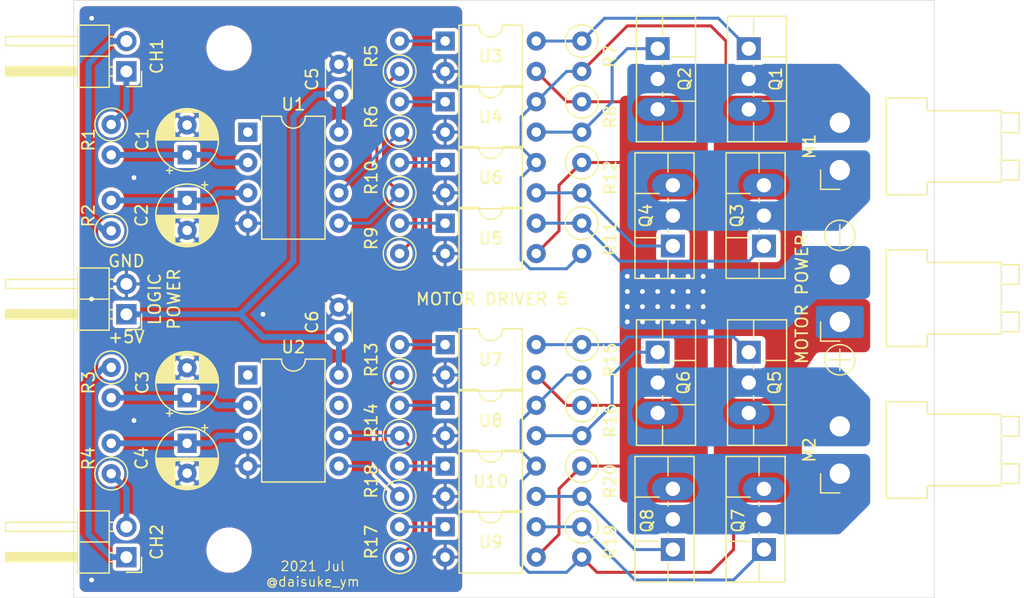
<source format=kicad_pcb>
(kicad_pcb (version 20171130) (host pcbnew "(5.1.6)-1")
  (layers (0 F.Cu signal) (31 B.Cu signal) (34 B.Paste user) (35 F.Paste user) (36 B.SilkS user) (37 F.SilkS user) (38 B.Mask user) (39 F.Mask user) (44 Edge.Cuts user))
  (net 0 "")
  (net 1 GND)
  (net 2 /IN1AA)
  (net 3 /IN1BA)
  (net 4 /IN2AA)
  (net 5 /IN2BA)
  (net 6 GNDPWR)
  (net 7 +BATT)
  (net 8 +5V)
  (net 9 /IN1A)
  (net 10 /IN1B)
  (net 11 /IN2B)
  (net 12 /IN2A)
  (net 13 "Net-(M1-Pad1)")
  (net 14 "Net-(M1-Pad2)")
  (net 15 "Net-(M2-Pad1)")
  (net 16 "Net-(M2-Pad2)")
  (net 17 "Net-(Q1-Pad1)")
  (net 18 "Net-(Q2-Pad1)")
  (net 19 "Net-(Q3-Pad1)")
  (net 20 "Net-(Q4-Pad1)")
  (net 21 "Net-(Q5-Pad1)")
  (net 22 "Net-(Q6-Pad1)")
  (net 23 "Net-(Q7-Pad1)")
  (net 24 "Net-(Q8-Pad1)")
  (net 25 "Net-(R6-Pad2)")
  (net 26 /PC1A)
  (net 27 /PC1B)
  (net 28 /PC2A)
  (net 29 "Net-(R9-Pad2)")
  (net 30 "Net-(R10-Pad2)")
  (net 31 /PC2B)
  (net 32 "Net-(R17-Pad2)")
  (net 33 "Net-(R18-Pad2)")
  (net 34 "Net-(U1-Pad7)")
  (net 35 "Net-(U1-Pad1)")
  (net 36 "Net-(U2-Pad1)")
  (net 37 "Net-(U2-Pad7)")
  (net 38 "Net-(R5-Pad2)")
  (net 39 "Net-(R13-Pad2)")
  (net 40 "Net-(R14-Pad2)")
  (module MountingHole:MountingHole_3.2mm_M3 (layer F.Cu) (at 192 79)
    (fp_text reference REF** hide)
    (fp_text value MountingHole_3.2mm_M3)
    (pad 1 np_thru_hole circle (at 0 0) (size 3.2 3.2) (drill 3.2) (layers *.Cu *.Mask))
  )
  (module MountingHole:MountingHole_3.2mm_M3 (layer F.Cu) (at 192 121)
    (fp_text reference REF** hide)
    (fp_text value MountingHole_3.2mm_M3)
    (pad 1 np_thru_hole circle (at 0 0) (size 3.2 3.2) (drill 3.2) (layers *.Cu *.Mask))
  )
  (module MountingHole:MountingHole_3.2mm_M3 (layer F.Cu) (at 137 121)
    (fp_text reference REF** hide)
    (fp_text value MountingHole_3.2mm_M3)
    (pad 1 np_thru_hole circle (at 0 0) (size 3.2 3.2) (drill 3.2) (layers *.Cu *.Mask))
  )
  (module MountingHole:MountingHole_3.2mm_M3 (layer F.Cu) (at 137 79)
    (fp_text reference REF** hide)
    (fp_text value MountingHole_3.2mm_M3)
    (pad 1 np_thru_hole circle (at 0 0) (size 3.2 3.2) (drill 3.2) (layers *.Cu *.Mask))
  )
  (module Capacitor_THT:CP_Radial_D5.0mm_P2.50mm (layer F.Cu) (at 133.49 87.935 90)
    (fp_text reference C1 (at 1.27 -3.75 90) (layer F.SilkS))
    (fp_text value 10u)
    (pad 2 thru_hole circle (at 2.5 0 90) (size 1.6 1.6) (drill 0.8) (layers *.Cu *.Mask) (net 1 GND))
    (pad 1 thru_hole rect (at 0 0 90) (size 1.6 1.6) (drill 0.8) (layers *.Cu *.Mask) (net 2 /IN1AA))
  )
  (module Capacitor_THT:CP_Radial_D5.0mm_P2.50mm (layer F.Cu) (at 133.49 91.745 270)
    (fp_text reference C2 (at 1.25 3.81 90) (layer F.SilkS))
    (fp_text value 10u)
    (pad 1 thru_hole rect (at 0 0 270) (size 1.6 1.6) (drill 0.8) (layers *.Cu *.Mask) (net 3 /IN1BA))
    (pad 2 thru_hole circle (at 2.5 0 270) (size 1.6 1.6) (drill 0.8) (layers *.Cu *.Mask) (net 1 GND))
  )
  (module Capacitor_THT:CP_Radial_D5.0mm_P2.50mm (layer F.Cu) (at 133.49 108.255 90)
    (fp_text reference C3 (at 1.27 -3.75 90) (layer F.SilkS))
    (fp_text value 10u)
    (pad 1 thru_hole rect (at 0 0 90) (size 1.6 1.6) (drill 0.8) (layers *.Cu *.Mask) (net 4 /IN2AA))
    (pad 2 thru_hole circle (at 2.5 0 90) (size 1.6 1.6) (drill 0.8) (layers *.Cu *.Mask) (net 1 GND))
  )
  (module Capacitor_THT:CP_Radial_D5.0mm_P2.50mm (layer F.Cu) (at 133.49 112.065 270)
    (fp_text reference C4 (at 1.25 3.81 90) (layer F.SilkS))
    (fp_text value 10u)
    (pad 2 thru_hole circle (at 2.5 0 270) (size 1.6 1.6) (drill 0.8) (layers *.Cu *.Mask) (net 1 GND))
    (pad 1 thru_hole rect (at 0 0 270) (size 1.6 1.6) (drill 0.8) (layers *.Cu *.Mask) (net 5 /IN2BA))
  )
  (module Connector_JST:JST_VH_B2PS-VH_1x02_P3.96mm_Horizontal (layer F.Cu) (at 188.1 101.905 90)
    (fp_text reference J1 hide)
    (fp_text value "Motor Power")
    (pad 2 thru_hole roundrect (at 3.96 0 90) (size 2.7 4) (drill 1.7) (layers *.Cu *.Mask) (roundrect_rratio 0.09300000000000001) (net 6 GNDPWR))
    (pad 1 thru_hole roundrect (at 0 0 90) (size 2.7 4) (drill 1.7) (layers *.Cu *.Mask) (roundrect_rratio 0.09300000000000001) (net 7 +BATT))
  )
  (module Connector_PinHeader_2.54mm:PinHeader_1x02_P2.54mm_Horizontal (layer F.Cu) (at 128.41 101.27 180)
    (fp_text reference J2 hide)
    (fp_text value "Logic Power")
    (pad 1 thru_hole rect (at 0 0 180) (size 1.7 1.7) (drill 1) (layers *.Cu *.Mask) (net 8 +5V))
    (pad 2 thru_hole oval (at 0 2.54 180) (size 1.7 1.7) (drill 1) (layers *.Cu *.Mask) (net 1 GND))
  )
  (module Connector_PinHeader_2.54mm:PinHeader_1x02_P2.54mm_Horizontal (layer F.Cu) (at 128.41 80.95 180)
    (fp_text reference J3 hide)
    (fp_text value "Input Ch1")
    (pad 1 thru_hole rect (at 0 0 180) (size 1.7 1.7) (drill 1) (layers *.Cu *.Mask) (net 9 /IN1A))
    (pad 2 thru_hole oval (at 0 2.54 180) (size 1.7 1.7) (drill 1) (layers *.Cu *.Mask) (net 10 /IN1B))
  )
  (module Connector_PinHeader_2.54mm:PinHeader_1x02_P2.54mm_Horizontal (layer F.Cu) (at 128.41 121.59 180)
    (fp_text reference J4 hide)
    (fp_text value "Input Ch2")
    (pad 2 thru_hole oval (at 0 2.54 180) (size 1.7 1.7) (drill 1) (layers *.Cu *.Mask) (net 11 /IN2B))
    (pad 1 thru_hole rect (at 0 0 180) (size 1.7 1.7) (drill 1) (layers *.Cu *.Mask) (net 12 /IN2A))
  )
  (module Connector_JST:JST_VH_B2PS-VH_1x02_P3.96mm_Horizontal (layer F.Cu) (at 188.1 89.205 90)
    (fp_text reference M1 (at 1.98 -2.55 90) (layer F.SilkS))
    (fp_text value Motor_DC)
    (pad 1 thru_hole roundrect (at 0 0 90) (size 2.7 4) (drill 1.7) (layers *.Cu *.Mask) (roundrect_rratio 0.09300000000000001) (net 13 "Net-(M1-Pad1)"))
    (pad 2 thru_hole roundrect (at 3.96 0 90) (size 2.7 4) (drill 1.7) (layers *.Cu *.Mask) (roundrect_rratio 0.09300000000000001) (net 14 "Net-(M1-Pad2)"))
  )
  (module Connector_JST:JST_VH_B2PS-VH_1x02_P3.96mm_Horizontal (layer F.Cu) (at 188.1 114.605 90)
    (fp_text reference M2 (at 1.98 -2.55 90) (layer F.SilkS))
    (fp_text value Motor_DC)
    (pad 1 thru_hole roundrect (at 0 0 90) (size 2.7 4) (drill 1.7) (layers *.Cu *.Mask) (roundrect_rratio 0.09300000000000001) (net 15 "Net-(M2-Pad1)"))
    (pad 2 thru_hole roundrect (at 3.96 0 90) (size 2.7 4) (drill 1.7) (layers *.Cu *.Mask) (roundrect_rratio 0.09300000000000001) (net 16 "Net-(M2-Pad2)"))
  )
  (module Package_TO_SOT_THT:TO-220F-3_Vertical (layer F.Cu) (at 180.48 79.045 270)
    (fp_text reference Q1 (at 2.54 -2.2625 90) (layer F.SilkS))
    (fp_text value Q_PMOS_GDS)
    (pad 1 thru_hole rect (at 0 0 270) (size 1.905 2) (drill 1.2) (layers *.Cu *.Mask) (net 17 "Net-(Q1-Pad1)"))
    (pad 2 thru_hole oval (at 2.54 0 270) (size 1.905 3.5) (drill 1.2) (layers *.Cu *.Mask) (net 14 "Net-(M1-Pad2)"))
    (pad 3 thru_hole oval (at 5.08 0 270) (size 1.905 3.5) (drill 1.2) (layers *.Cu *.Mask) (net 7 +BATT))
  )
  (module Package_TO_SOT_THT:TO-220F-3_Vertical (layer F.Cu) (at 180.48 104.445 270)
    (fp_text reference Q5 (at 2.54 -2.159 90) (layer F.SilkS))
    (fp_text value Q_PMOS_GDS)
    (pad 3 thru_hole oval (at 5.08 0 270) (size 1.905 3.5) (drill 1.2) (layers *.Cu *.Mask) (net 7 +BATT))
    (pad 2 thru_hole oval (at 2.54 0 270) (size 1.905 3.5) (drill 1.2) (layers *.Cu *.Mask) (net 16 "Net-(M2-Pad2)"))
    (pad 1 thru_hole rect (at 0 0 270) (size 1.905 2) (drill 1.2) (layers *.Cu *.Mask) (net 21 "Net-(Q5-Pad1)"))
  )
  (module Package_TO_SOT_THT:TO-220F-3_Vertical (layer F.Cu) (at 172.86 79.045 270)
    (fp_text reference Q2 (at 2.54 -2.2625 90) (layer F.SilkS))
    (fp_text value Q_NMOS_GDS)
    (pad 1 thru_hole rect (at 0 0 270) (size 1.905 2) (drill 1.2) (layers *.Cu *.Mask) (net 18 "Net-(Q2-Pad1)"))
    (pad 2 thru_hole oval (at 2.54 0 270) (size 1.905 3.5) (drill 1.2) (layers *.Cu *.Mask) (net 14 "Net-(M1-Pad2)"))
    (pad 3 thru_hole oval (at 5.08 0 270) (size 1.905 3.5) (drill 1.2) (layers *.Cu *.Mask) (net 6 GNDPWR))
  )
  (module Package_TO_SOT_THT:TO-220F-3_Vertical (layer F.Cu) (at 172.86 104.445 270)
    (fp_text reference Q6 (at 2.54 -2.159 90) (layer F.SilkS))
    (fp_text value Q_NMOS_GDS)
    (pad 3 thru_hole oval (at 5.08 0 270) (size 1.905 3.5) (drill 1.2) (layers *.Cu *.Mask) (net 6 GNDPWR))
    (pad 2 thru_hole oval (at 2.54 0 270) (size 1.905 3.5) (drill 1.2) (layers *.Cu *.Mask) (net 16 "Net-(M2-Pad2)"))
    (pad 1 thru_hole rect (at 0 0 270) (size 1.905 2) (drill 1.2) (layers *.Cu *.Mask) (net 22 "Net-(Q6-Pad1)"))
  )
  (module Package_TO_SOT_THT:TO-220F-3_Vertical (layer F.Cu) (at 181.75 95.555 90)
    (fp_text reference Q3 (at 2.54 -2.2625 90) (layer F.SilkS))
    (fp_text value Q_PMOS_GDS)
    (pad 1 thru_hole rect (at 0 0 90) (size 1.905 2) (drill 1.2) (layers *.Cu *.Mask) (net 19 "Net-(Q3-Pad1)"))
    (pad 2 thru_hole oval (at 2.54 0 90) (size 1.905 3.5) (drill 1.2) (layers *.Cu *.Mask) (net 13 "Net-(M1-Pad1)"))
    (pad 3 thru_hole oval (at 5.08 0 90) (size 1.905 3.5) (drill 1.2) (layers *.Cu *.Mask) (net 7 +BATT))
  )
  (module Package_TO_SOT_THT:TO-220F-3_Vertical (layer F.Cu) (at 174.13 95.555 90)
    (fp_text reference Q4 (at 2.54 -2.2625 90) (layer F.SilkS))
    (fp_text value Q_NMOS_GDS)
    (pad 3 thru_hole oval (at 5.08 0 90) (size 1.905 3.5) (drill 1.2) (layers *.Cu *.Mask) (net 6 GNDPWR))
    (pad 2 thru_hole oval (at 2.54 0 90) (size 1.905 3.5) (drill 1.2) (layers *.Cu *.Mask) (net 13 "Net-(M1-Pad1)"))
    (pad 1 thru_hole rect (at 0 0 90) (size 1.905 2) (drill 1.2) (layers *.Cu *.Mask) (net 20 "Net-(Q4-Pad1)"))
  )
  (module Package_TO_SOT_THT:TO-220F-3_Vertical (layer F.Cu) (at 181.75 120.955 90)
    (fp_text reference Q7 (at 2.413 -2.159 90) (layer F.SilkS))
    (fp_text value Q_PMOS_GDS)
    (pad 3 thru_hole oval (at 5.08 0 90) (size 1.905 3.5) (drill 1.2) (layers *.Cu *.Mask) (net 7 +BATT))
    (pad 2 thru_hole oval (at 2.54 0 90) (size 1.905 3.5) (drill 1.2) (layers *.Cu *.Mask) (net 15 "Net-(M2-Pad1)"))
    (pad 1 thru_hole rect (at 0 0 90) (size 1.905 2) (drill 1.2) (layers *.Cu *.Mask) (net 23 "Net-(Q7-Pad1)"))
  )
  (module Package_TO_SOT_THT:TO-220F-3_Vertical (layer F.Cu) (at 174.13 120.955 90)
    (fp_text reference Q8 (at 2.413 -2.159 90) (layer F.SilkS))
    (fp_text value Q_NMOS_GDS)
    (pad 1 thru_hole rect (at 0 0 90) (size 1.905 2) (drill 1.2) (layers *.Cu *.Mask) (net 24 "Net-(Q8-Pad1)"))
    (pad 2 thru_hole oval (at 2.54 0 90) (size 1.905 3.5) (drill 1.2) (layers *.Cu *.Mask) (net 15 "Net-(M2-Pad1)"))
    (pad 3 thru_hole oval (at 5.08 0 90) (size 1.905 3.5) (drill 1.2) (layers *.Cu *.Mask) (net 6 GNDPWR))
  )
  (module Package_DIP:DIP-8_W7.62mm (layer F.Cu) (at 138.57 86.03)
    (fp_text reference U1 (at 3.81 -2.33) (layer F.SilkS))
    (fp_text value ATtiny85-20PU)
    (pad 8 thru_hole oval (at 7.62 0) (size 1.6 1.6) (drill 0.8) (layers *.Cu *.Mask) (net 8 +5V))
    (pad 4 thru_hole oval (at 0 7.62) (size 1.6 1.6) (drill 0.8) (layers *.Cu *.Mask) (net 1 GND))
    (pad 7 thru_hole oval (at 7.62 2.54) (size 1.6 1.6) (drill 0.8) (layers *.Cu *.Mask) (net 34 "Net-(U1-Pad7)"))
    (pad 3 thru_hole oval (at 0 5.08) (size 1.6 1.6) (drill 0.8) (layers *.Cu *.Mask) (net 3 /IN1BA))
    (pad 6 thru_hole oval (at 7.62 5.08) (size 1.6 1.6) (drill 0.8) (layers *.Cu *.Mask) (net 27 /PC1B))
    (pad 2 thru_hole oval (at 0 2.54) (size 1.6 1.6) (drill 0.8) (layers *.Cu *.Mask) (net 2 /IN1AA))
    (pad 5 thru_hole oval (at 7.62 7.62) (size 1.6 1.6) (drill 0.8) (layers *.Cu *.Mask) (net 26 /PC1A))
    (pad 1 thru_hole rect (at 0 0) (size 1.6 1.6) (drill 0.8) (layers *.Cu *.Mask) (net 35 "Net-(U1-Pad1)"))
  )
  (module Package_DIP:DIP-8_W7.62mm (layer F.Cu) (at 138.57 106.35)
    (fp_text reference U2 (at 3.81 -2.33) (layer F.SilkS))
    (fp_text value ATtiny85-20PU)
    (pad 1 thru_hole rect (at 0 0) (size 1.6 1.6) (drill 0.8) (layers *.Cu *.Mask) (net 36 "Net-(U2-Pad1)"))
    (pad 5 thru_hole oval (at 7.62 7.62) (size 1.6 1.6) (drill 0.8) (layers *.Cu *.Mask) (net 28 /PC2A))
    (pad 2 thru_hole oval (at 0 2.54) (size 1.6 1.6) (drill 0.8) (layers *.Cu *.Mask) (net 4 /IN2AA))
    (pad 6 thru_hole oval (at 7.62 5.08) (size 1.6 1.6) (drill 0.8) (layers *.Cu *.Mask) (net 31 /PC2B))
    (pad 3 thru_hole oval (at 0 5.08) (size 1.6 1.6) (drill 0.8) (layers *.Cu *.Mask) (net 5 /IN2BA))
    (pad 7 thru_hole oval (at 7.62 2.54) (size 1.6 1.6) (drill 0.8) (layers *.Cu *.Mask) (net 37 "Net-(U2-Pad7)"))
    (pad 4 thru_hole oval (at 0 7.62) (size 1.6 1.6) (drill 0.8) (layers *.Cu *.Mask) (net 1 GND))
    (pad 8 thru_hole oval (at 7.62 0) (size 1.6 1.6) (drill 0.8) (layers *.Cu *.Mask) (net 8 +5V))
  )
  (module Package_DIP:DIP-4_W7.62mm (layer F.Cu) (at 155.08 78.41)
    (fp_text reference U3 (at 3.81 1.27) (layer F.SilkS))
    (fp_text value TLP785)
    (pad 4 thru_hole oval (at 7.62 0) (size 1.6 1.6) (drill 0.8) (layers *.Cu *.Mask) (net 17 "Net-(Q1-Pad1)"))
    (pad 2 thru_hole oval (at 0 2.54) (size 1.6 1.6) (drill 0.8) (layers *.Cu *.Mask) (net 1 GND))
    (pad 3 thru_hole oval (at 7.62 2.54) (size 1.6 1.6) (drill 0.8) (layers *.Cu *.Mask) (net 6 GNDPWR))
    (pad 1 thru_hole rect (at 0 0) (size 1.6 1.6) (drill 0.8) (layers *.Cu *.Mask) (net 38 "Net-(R5-Pad2)"))
  )
  (module Package_DIP:DIP-4_W7.62mm (layer F.Cu) (at 155.08 83.49)
    (fp_text reference U4 (at 3.81 1.27) (layer F.SilkS))
    (fp_text value TLP785)
    (pad 1 thru_hole rect (at 0 0) (size 1.6 1.6) (drill 0.8) (layers *.Cu *.Mask) (net 25 "Net-(R6-Pad2)"))
    (pad 3 thru_hole oval (at 7.62 2.54) (size 1.6 1.6) (drill 0.8) (layers *.Cu *.Mask) (net 18 "Net-(Q2-Pad1)"))
    (pad 2 thru_hole oval (at 0 2.54) (size 1.6 1.6) (drill 0.8) (layers *.Cu *.Mask) (net 1 GND))
    (pad 4 thru_hole oval (at 7.62 0) (size 1.6 1.6) (drill 0.8) (layers *.Cu *.Mask) (net 7 +BATT))
  )
  (module Package_DIP:DIP-4_W7.62mm (layer F.Cu) (at 155.08 103.81)
    (fp_text reference U7 (at 3.81 1.27) (layer F.SilkS))
    (fp_text value TLP785)
    (pad 1 thru_hole rect (at 0 0) (size 1.6 1.6) (drill 0.8) (layers *.Cu *.Mask) (net 39 "Net-(R13-Pad2)"))
    (pad 3 thru_hole oval (at 7.62 2.54) (size 1.6 1.6) (drill 0.8) (layers *.Cu *.Mask) (net 6 GNDPWR))
    (pad 2 thru_hole oval (at 0 2.54) (size 1.6 1.6) (drill 0.8) (layers *.Cu *.Mask) (net 1 GND))
    (pad 4 thru_hole oval (at 7.62 0) (size 1.6 1.6) (drill 0.8) (layers *.Cu *.Mask) (net 21 "Net-(Q5-Pad1)"))
  )
  (module Package_DIP:DIP-4_W7.62mm (layer F.Cu) (at 155.08 108.89)
    (fp_text reference U8 (at 3.81 1.27) (layer F.SilkS))
    (fp_text value TLP785)
    (pad 4 thru_hole oval (at 7.62 0) (size 1.6 1.6) (drill 0.8) (layers *.Cu *.Mask) (net 7 +BATT))
    (pad 2 thru_hole oval (at 0 2.54) (size 1.6 1.6) (drill 0.8) (layers *.Cu *.Mask) (net 1 GND))
    (pad 3 thru_hole oval (at 7.62 2.54) (size 1.6 1.6) (drill 0.8) (layers *.Cu *.Mask) (net 22 "Net-(Q6-Pad1)"))
    (pad 1 thru_hole rect (at 0 0) (size 1.6 1.6) (drill 0.8) (layers *.Cu *.Mask) (net 40 "Net-(R14-Pad2)"))
  )
  (module Package_DIP:DIP-4_W7.62mm (layer F.Cu) (at 155.08 93.65)
    (fp_text reference U5 (at 3.81 1.27) (layer F.SilkS))
    (fp_text value TLP785)
    (pad 4 thru_hole oval (at 7.62 0) (size 1.6 1.6) (drill 0.8) (layers *.Cu *.Mask) (net 19 "Net-(Q3-Pad1)"))
    (pad 2 thru_hole oval (at 0 2.54) (size 1.6 1.6) (drill 0.8) (layers *.Cu *.Mask) (net 1 GND))
    (pad 3 thru_hole oval (at 7.62 2.54) (size 1.6 1.6) (drill 0.8) (layers *.Cu *.Mask) (net 6 GNDPWR))
    (pad 1 thru_hole rect (at 0 0) (size 1.6 1.6) (drill 0.8) (layers *.Cu *.Mask) (net 29 "Net-(R9-Pad2)"))
  )
  (module Package_DIP:DIP-4_W7.62mm (layer F.Cu) (at 155.08 88.57)
    (fp_text reference U6 (at 3.81 1.27) (layer F.SilkS))
    (fp_text value TLP785)
    (pad 1 thru_hole rect (at 0 0) (size 1.6 1.6) (drill 0.8) (layers *.Cu *.Mask) (net 30 "Net-(R10-Pad2)"))
    (pad 3 thru_hole oval (at 7.62 2.54) (size 1.6 1.6) (drill 0.8) (layers *.Cu *.Mask) (net 20 "Net-(Q4-Pad1)"))
    (pad 2 thru_hole oval (at 0 2.54) (size 1.6 1.6) (drill 0.8) (layers *.Cu *.Mask) (net 1 GND))
    (pad 4 thru_hole oval (at 7.62 0) (size 1.6 1.6) (drill 0.8) (layers *.Cu *.Mask) (net 7 +BATT))
  )
  (module Package_DIP:DIP-4_W7.62mm (layer F.Cu) (at 155.08 119.05)
    (fp_text reference U9 (at 3.81 1.27) (layer F.SilkS))
    (fp_text value TLP785)
    (pad 4 thru_hole oval (at 7.62 0) (size 1.6 1.6) (drill 0.8) (layers *.Cu *.Mask) (net 23 "Net-(Q7-Pad1)"))
    (pad 2 thru_hole oval (at 0 2.54) (size 1.6 1.6) (drill 0.8) (layers *.Cu *.Mask) (net 1 GND))
    (pad 3 thru_hole oval (at 7.62 2.54) (size 1.6 1.6) (drill 0.8) (layers *.Cu *.Mask) (net 6 GNDPWR))
    (pad 1 thru_hole rect (at 0 0) (size 1.6 1.6) (drill 0.8) (layers *.Cu *.Mask) (net 32 "Net-(R17-Pad2)"))
  )
  (module Package_DIP:DIP-4_W7.62mm (layer F.Cu) (at 155.08 113.97)
    (fp_text reference U10 (at 3.81 1.27) (layer F.SilkS))
    (fp_text value TLP785)
    (pad 1 thru_hole rect (at 0 0) (size 1.6 1.6) (drill 0.8) (layers *.Cu *.Mask) (net 33 "Net-(R18-Pad2)"))
    (pad 3 thru_hole oval (at 7.62 2.54) (size 1.6 1.6) (drill 0.8) (layers *.Cu *.Mask) (net 24 "Net-(Q8-Pad1)"))
    (pad 2 thru_hole oval (at 0 2.54) (size 1.6 1.6) (drill 0.8) (layers *.Cu *.Mask) (net 1 GND))
    (pad 4 thru_hole oval (at 7.62 0) (size 1.6 1.6) (drill 0.8) (layers *.Cu *.Mask) (net 7 +BATT))
  )
  (module Capacitor_THT:C_Disc_D3.0mm_W2.0mm_P2.50mm (layer F.Cu) (at 146.19 82.855 90)
    (fp_text reference C5 (at 1.25 -2.25 90) (layer F.SilkS))
    (fp_text value 0.1u)
    (pad 1 thru_hole circle (at 0 0 90) (size 1.6 1.6) (drill 0.8) (layers *.Cu *.Mask) (net 8 +5V))
    (pad 2 thru_hole circle (at 2.5 0 90) (size 1.6 1.6) (drill 0.8) (layers *.Cu *.Mask) (net 1 GND))
  )
  (module Capacitor_THT:C_Disc_D3.0mm_W2.0mm_P2.50mm (layer F.Cu) (at 146.19 103.175 90)
    (fp_text reference C6 (at 1.25 -2.25 90) (layer F.SilkS))
    (fp_text value 0.1u)
    (pad 2 thru_hole circle (at 2.5 0 90) (size 1.6 1.6) (drill 0.8) (layers *.Cu *.Mask) (net 1 GND))
    (pad 1 thru_hole circle (at 0 0 90) (size 1.6 1.6) (drill 0.8) (layers *.Cu *.Mask) (net 8 +5V))
  )
  (module Resistor_THT:R_Axial_DIN0207_L6.3mm_D2.5mm_P2.54mm_Vertical (layer F.Cu) (at 127.14 85.395 270)
    (fp_text reference R1 (at 1.27 1.905 90) (layer F.SilkS))
    (fp_text value 4k7)
    (pad 2 thru_hole oval (at 2.54 0 270) (size 1.6 1.6) (drill 0.8) (layers *.Cu *.Mask) (net 2 /IN1AA))
    (pad 1 thru_hole circle (at 0 0 270) (size 1.6 1.6) (drill 0.8) (layers *.Cu *.Mask) (net 9 /IN1A))
  )
  (module Resistor_THT:R_Axial_DIN0207_L6.3mm_D2.5mm_P2.54mm_Vertical (layer F.Cu) (at 127.14 94.285 90)
    (fp_text reference R2 (at 1.27 -1.905 90) (layer F.SilkS))
    (fp_text value 4k7)
    (pad 2 thru_hole oval (at 2.54 0 90) (size 1.6 1.6) (drill 0.8) (layers *.Cu *.Mask) (net 3 /IN1BA))
    (pad 1 thru_hole circle (at 0 0 90) (size 1.6 1.6) (drill 0.8) (layers *.Cu *.Mask) (net 10 /IN1B))
  )
  (module Resistor_THT:R_Axial_DIN0207_L6.3mm_D2.5mm_P2.54mm_Vertical (layer F.Cu) (at 127.14 105.715 270)
    (fp_text reference R3 (at 1.27 1.905 90) (layer F.SilkS))
    (fp_text value 4k7)
    (pad 2 thru_hole oval (at 2.54 0 270) (size 1.6 1.6) (drill 0.8) (layers *.Cu *.Mask) (net 4 /IN2AA))
    (pad 1 thru_hole circle (at 0 0 270) (size 1.6 1.6) (drill 0.8) (layers *.Cu *.Mask) (net 12 /IN2A))
  )
  (module Resistor_THT:R_Axial_DIN0207_L6.3mm_D2.5mm_P2.54mm_Vertical (layer F.Cu) (at 127.14 114.605 90)
    (fp_text reference R4 (at 1.27 -1.905 90) (layer F.SilkS))
    (fp_text value 4k7)
    (pad 1 thru_hole circle (at 0 0 90) (size 1.6 1.6) (drill 0.8) (layers *.Cu *.Mask) (net 11 /IN2B))
    (pad 2 thru_hole oval (at 2.54 0 90) (size 1.6 1.6) (drill 0.8) (layers *.Cu *.Mask) (net 5 /IN2BA))
  )
  (module Resistor_THT:R_Axial_DIN0207_L6.3mm_D2.5mm_P2.54mm_Vertical (layer F.Cu) (at 151.27 80.95 90)
    (fp_text reference R5 (at 1.27 -2.37 90) (layer F.SilkS))
    (fp_text value 330)
    (pad 1 thru_hole circle (at 0 0 90) (size 1.6 1.6) (drill 0.8) (layers *.Cu *.Mask) (net 26 /PC1A))
    (pad 2 thru_hole oval (at 2.54 0 90) (size 1.6 1.6) (drill 0.8) (layers *.Cu *.Mask) (net 38 "Net-(R5-Pad2)"))
  )
  (module Resistor_THT:R_Axial_DIN0207_L6.3mm_D2.5mm_P2.54mm_Vertical (layer F.Cu) (at 151.27 86.03 90)
    (fp_text reference R6 (at 1.27 -2.37 90) (layer F.SilkS))
    (fp_text value 330)
    (pad 2 thru_hole oval (at 2.54 0 90) (size 1.6 1.6) (drill 0.8) (layers *.Cu *.Mask) (net 25 "Net-(R6-Pad2)"))
    (pad 1 thru_hole circle (at 0 0 90) (size 1.6 1.6) (drill 0.8) (layers *.Cu *.Mask) (net 27 /PC1B))
  )
  (module Resistor_THT:R_Axial_DIN0207_L6.3mm_D2.5mm_P2.54mm_Vertical (layer F.Cu) (at 166.51 78.41 270)
    (fp_text reference R7 (at 1.27 -2.37 90) (layer F.SilkS))
    (fp_text value 2k2)
    (pad 2 thru_hole oval (at 2.54 0 270) (size 1.6 1.6) (drill 0.8) (layers *.Cu *.Mask) (net 7 +BATT))
    (pad 1 thru_hole circle (at 0 0 270) (size 1.6 1.6) (drill 0.8) (layers *.Cu *.Mask) (net 17 "Net-(Q1-Pad1)"))
  )
  (module Resistor_THT:R_Axial_DIN0207_L6.3mm_D2.5mm_P2.54mm_Vertical (layer F.Cu) (at 166.51 83.49 270)
    (fp_text reference R8 (at 1.27 -2.37 90) (layer F.SilkS))
    (fp_text value 2k2)
    (pad 2 thru_hole oval (at 2.54 0 270) (size 1.6 1.6) (drill 0.8) (layers *.Cu *.Mask) (net 18 "Net-(Q2-Pad1)"))
    (pad 1 thru_hole circle (at 0 0 270) (size 1.6 1.6) (drill 0.8) (layers *.Cu *.Mask) (net 6 GNDPWR))
  )
  (module Resistor_THT:R_Axial_DIN0207_L6.3mm_D2.5mm_P2.54mm_Vertical (layer F.Cu) (at 151.27 106.35 90)
    (fp_text reference R13 (at 1.27 -2.37 90) (layer F.SilkS))
    (fp_text value 330)
    (pad 2 thru_hole oval (at 2.54 0 90) (size 1.6 1.6) (drill 0.8) (layers *.Cu *.Mask) (net 39 "Net-(R13-Pad2)"))
    (pad 1 thru_hole circle (at 0 0 90) (size 1.6 1.6) (drill 0.8) (layers *.Cu *.Mask) (net 28 /PC2A))
  )
  (module Resistor_THT:R_Axial_DIN0207_L6.3mm_D2.5mm_P2.54mm_Vertical (layer F.Cu) (at 151.27 111.43 90)
    (fp_text reference R14 (at 1.27 -2.37 90) (layer F.SilkS))
    (fp_text value 330)
    (pad 1 thru_hole circle (at 0 0 90) (size 1.6 1.6) (drill 0.8) (layers *.Cu *.Mask) (net 31 /PC2B))
    (pad 2 thru_hole oval (at 2.54 0 90) (size 1.6 1.6) (drill 0.8) (layers *.Cu *.Mask) (net 40 "Net-(R14-Pad2)"))
  )
  (module Resistor_THT:R_Axial_DIN0207_L6.3mm_D2.5mm_P2.54mm_Vertical (layer F.Cu) (at 166.51 103.81 270)
    (fp_text reference R15 (at 1.27 -2.37 90) (layer F.SilkS))
    (fp_text value 2k2)
    (pad 1 thru_hole circle (at 0 0 270) (size 1.6 1.6) (drill 0.8) (layers *.Cu *.Mask) (net 21 "Net-(Q5-Pad1)"))
    (pad 2 thru_hole oval (at 2.54 0 270) (size 1.6 1.6) (drill 0.8) (layers *.Cu *.Mask) (net 7 +BATT))
  )
  (module Resistor_THT:R_Axial_DIN0207_L6.3mm_D2.5mm_P2.54mm_Vertical (layer F.Cu) (at 166.51 108.89 270)
    (fp_text reference R16 (at 1.27 -2.37 90) (layer F.SilkS))
    (fp_text value 2k2)
    (pad 1 thru_hole circle (at 0 0 270) (size 1.6 1.6) (drill 0.8) (layers *.Cu *.Mask) (net 6 GNDPWR))
    (pad 2 thru_hole oval (at 2.54 0 270) (size 1.6 1.6) (drill 0.8) (layers *.Cu *.Mask) (net 22 "Net-(Q6-Pad1)"))
  )
  (module Resistor_THT:R_Axial_DIN0207_L6.3mm_D2.5mm_P2.54mm_Vertical (layer F.Cu) (at 166.51 93.65 270)
    (fp_text reference R11 (at 1.27 -2.37 90) (layer F.SilkS))
    (fp_text value 2k2)
    (pad 2 thru_hole oval (at 2.54 0 270) (size 1.6 1.6) (drill 0.8) (layers *.Cu *.Mask) (net 7 +BATT))
    (pad 1 thru_hole circle (at 0 0 270) (size 1.6 1.6) (drill 0.8) (layers *.Cu *.Mask) (net 19 "Net-(Q3-Pad1)"))
  )
  (module Resistor_THT:R_Axial_DIN0207_L6.3mm_D2.5mm_P2.54mm_Vertical (layer F.Cu) (at 166.51 88.57 270)
    (fp_text reference R12 (at 1.27 -2.37 90) (layer F.SilkS))
    (fp_text value 2k2)
    (pad 2 thru_hole oval (at 2.54 0 270) (size 1.6 1.6) (drill 0.8) (layers *.Cu *.Mask) (net 20 "Net-(Q4-Pad1)"))
    (pad 1 thru_hole circle (at 0 0 270) (size 1.6 1.6) (drill 0.8) (layers *.Cu *.Mask) (net 6 GNDPWR))
  )
  (module Resistor_THT:R_Axial_DIN0207_L6.3mm_D2.5mm_P2.54mm_Vertical (layer F.Cu) (at 166.51 119.05 270)
    (fp_text reference R19 (at 1.27 -2.37 90) (layer F.SilkS))
    (fp_text value 2k2)
    (pad 1 thru_hole circle (at 0 0 270) (size 1.6 1.6) (drill 0.8) (layers *.Cu *.Mask) (net 23 "Net-(Q7-Pad1)"))
    (pad 2 thru_hole oval (at 2.54 0 270) (size 1.6 1.6) (drill 0.8) (layers *.Cu *.Mask) (net 7 +BATT))
  )
  (module Resistor_THT:R_Axial_DIN0207_L6.3mm_D2.5mm_P2.54mm_Vertical (layer F.Cu) (at 166.51 113.97 270)
    (fp_text reference R20 (at 1.27 -2.37 90) (layer F.SilkS))
    (fp_text value 2k2)
    (pad 2 thru_hole oval (at 2.54 0 270) (size 1.6 1.6) (drill 0.8) (layers *.Cu *.Mask) (net 24 "Net-(Q8-Pad1)"))
    (pad 1 thru_hole circle (at 0 0 270) (size 1.6 1.6) (drill 0.8) (layers *.Cu *.Mask) (net 6 GNDPWR))
  )
  (module Resistor_THT:R_Axial_DIN0207_L6.3mm_D2.5mm_P2.54mm_Vertical (layer F.Cu) (at 151.27 96.19 90)
    (fp_text reference R9 (at 1.27 -2.37 90) (layer F.SilkS))
    (fp_text value 330)
    (pad 2 thru_hole oval (at 2.54 0 90) (size 1.6 1.6) (drill 0.8) (layers *.Cu *.Mask) (net 29 "Net-(R9-Pad2)"))
    (pad 1 thru_hole circle (at 0 0 90) (size 1.6 1.6) (drill 0.8) (layers *.Cu *.Mask) (net 27 /PC1B))
  )
  (module Resistor_THT:R_Axial_DIN0207_L6.3mm_D2.5mm_P2.54mm_Vertical (layer F.Cu) (at 151.27 91.11 90)
    (fp_text reference R10 (at 1.27 -2.37 90) (layer F.SilkS))
    (fp_text value 330)
    (pad 1 thru_hole circle (at 0 0 90) (size 1.6 1.6) (drill 0.8) (layers *.Cu *.Mask) (net 26 /PC1A))
    (pad 2 thru_hole oval (at 2.54 0 90) (size 1.6 1.6) (drill 0.8) (layers *.Cu *.Mask) (net 30 "Net-(R10-Pad2)"))
  )
  (module Resistor_THT:R_Axial_DIN0207_L6.3mm_D2.5mm_P2.54mm_Vertical (layer F.Cu) (at 151.27 121.59 90)
    (fp_text reference R17 (at 1.27 -2.37 90) (layer F.SilkS))
    (fp_text value 330)
    (pad 2 thru_hole oval (at 2.54 0 90) (size 1.6 1.6) (drill 0.8) (layers *.Cu *.Mask) (net 32 "Net-(R17-Pad2)"))
    (pad 1 thru_hole circle (at 0 0 90) (size 1.6 1.6) (drill 0.8) (layers *.Cu *.Mask) (net 31 /PC2B))
  )
  (module Resistor_THT:R_Axial_DIN0207_L6.3mm_D2.5mm_P2.54mm_Vertical (layer F.Cu) (at 151.27 116.51 90)
    (fp_text reference R18 (at 1.27 -2.37 90) (layer F.SilkS))
    (fp_text value 330)
    (pad 1 thru_hole circle (at 0 0 90) (size 1.6 1.6) (drill 0.8) (layers *.Cu *.Mask) (net 28 /PC2A))
    (pad 2 thru_hole oval (at 2.54 0 90) (size 1.6 1.6) (drill 0.8) (layers *.Cu *.Mask) (net 33 "Net-(R18-Pad2)"))
  )
  (gr_text "2021 Jul\n@daisuke_ym" (at 144 123) (layer F.SilkS) (effects (font (size 0.8 0.8) (thickness 0.1))))
  (gr_text "MOTOR DRIVER 5" (at 159 100) (layer F.SilkS) (effects (font (size 1 1))))
  (gr_line (start 124 75) (end 124 125) (layer Edge.Cuts) (width 0.05))
  (gr_line (start 196 75) (end 124 75) (layer Edge.Cuts) (width 0.05))
  (gr_line (start 196 75) (end 196 125) (layer Edge.Cuts) (width 0.05))
  (gr_text GND (at 128.41 96.825) (layer F.SilkS) (effects (font (size 1 1))))
  (gr_text +5V (at 128.41 103.175) (layer F.SilkS) (effects (font (size 1 1))))
  (gr_text CH2 (at 130.95 120.32 90) (layer F.SilkS) (effects (font (size 1 1))))
  (gr_text CH1 (at 130.95 79.68 90) (layer F.SilkS) (effects (font (size 1 1))))
  (gr_text "LOGIC\nPOWER" (at 131.585 100 90) (layer F.SilkS) (effects (font (size 1 1))))
  (gr_text "MOTOR POWER" (at 184.925 100 90) (layer F.SilkS) (effects (font (size 1 1))))
  (gr_circle (center 188.1 94.666) (end 189.37 94.666) (layer F.SilkS) (width 0.12))
  (gr_line (start 188.1 93.777) (end 188.1 95.555) (layer F.SilkS) (width 0.12))
  (gr_line (start 188.1 104.191) (end 188.1 105.969) (layer F.SilkS) (width 0.12))
  (gr_line (start 187.211 105.08) (end 188.989 105.08) (layer F.SilkS) (width 0.12))
  (gr_circle (center 188.1 105.08) (end 189.37 105.08) (layer F.SilkS) (width 0.12))
  (gr_line (start 124 125) (end 196 125) (layer Edge.Cuts) (width 0.05))
  (via (at 139.84 101.27) (size 0.8) (drill 0.4) (layers F.Cu B.Cu) (net 1))
  (via (at 129.045 110.16) (size 0.8) (drill 0.4) (layers F.Cu B.Cu) (net 1))
  (via (at 129.045 89.84) (size 0.8) (drill 0.4) (layers F.Cu B.Cu) (net 1))
  (via (at 125.5 76.5) (size 0.8) (drill 0.4) (layers F.Cu B.Cu) (net 1))
  (via (at 125.5 100) (size 0.8) (drill 0.4) (layers F.Cu B.Cu) (net 1))
  (via (at 125.5 123.5) (size 0.8) (drill 0.4) (layers F.Cu B.Cu) (net 1))
  (segment (start 127.14 87.935) (end 133.49 87.935) (width 0.5) (layer B.Cu) (net 2))
  (segment (start 133.49 87.935) (end 135.395 87.935) (width 0.5) (layer B.Cu) (net 2))
  (segment (start 136.03 88.57) (end 138.57 88.57) (width 0.5) (layer B.Cu) (net 2))
  (segment (start 135.395 87.935) (end 136.03 88.57) (width 0.5) (layer B.Cu) (net 2))
  (segment (start 133.49 91.745) (end 135.395 91.745) (width 0.5) (layer B.Cu) (net 3))
  (segment (start 136.03 91.11) (end 138.57 91.11) (width 0.5) (layer B.Cu) (net 3))
  (segment (start 135.395 91.745) (end 136.03 91.11) (width 0.5) (layer B.Cu) (net 3))
  (segment (start 127.14 91.745) (end 133.49 91.745) (width 0.5) (layer B.Cu) (net 3))
  (segment (start 138.41 108.89) (end 138.49 108.81) (width 0.5) (layer B.Cu) (net 4))
  (segment (start 127.14 108.255) (end 133.49 108.255) (width 0.5) (layer B.Cu) (net 4))
  (segment (start 133.49 108.255) (end 135.395 108.255) (width 0.5) (layer B.Cu) (net 4))
  (segment (start 135.395 108.255) (end 136.03 108.89) (width 0.5) (layer B.Cu) (net 4))
  (segment (start 136.03 108.89) (end 138.57 108.89) (width 0.5) (layer B.Cu) (net 4))
  (segment (start 127.14 112.065) (end 133.49 112.065) (width 0.5) (layer B.Cu) (net 5))
  (segment (start 133.49 112.065) (end 135.395 112.065) (width 0.5) (layer B.Cu) (net 5))
  (segment (start 135.395 112.065) (end 136.03 111.43) (width 0.5) (layer B.Cu) (net 5))
  (segment (start 136.03 111.43) (end 138.57 111.43) (width 0.5) (layer B.Cu) (net 5))
  (via (at 176.67 99.365) (size 0.8) (drill 0.4) (layers F.Cu B.Cu) (net 6))
  (via (at 176.67 100.635) (size 0.8) (drill 0.4) (layers F.Cu B.Cu) (net 6))
  (via (at 170.32 99.365) (size 0.8) (drill 0.4) (layers F.Cu B.Cu) (net 6))
  (via (at 170.32 100.635) (size 0.8) (drill 0.4) (layers F.Cu B.Cu) (net 6))
  (via (at 171.59 100.635) (size 0.8) (drill 0.4) (layers F.Cu B.Cu) (net 6))
  (via (at 171.59 99.365) (size 0.8) (drill 0.4) (layers F.Cu B.Cu) (net 6))
  (via (at 172.86 100.635) (size 0.8) (drill 0.4) (layers F.Cu B.Cu) (net 6))
  (via (at 172.86 99.365) (size 0.8) (drill 0.4) (layers F.Cu B.Cu) (net 6))
  (via (at 174.13 99.365) (size 0.8) (drill 0.4) (layers F.Cu B.Cu) (net 6))
  (via (at 174.13 100.635) (size 0.8) (drill 0.4) (layers F.Cu B.Cu) (net 6))
  (segment (start 164.605 90.475) (end 166.51 88.57) (width 0.25) (layer F.Cu) (net 6))
  (segment (start 162.7 96.19) (end 164.605 94.285) (width 0.25) (layer F.Cu) (net 6))
  (segment (start 164.605 94.285) (end 164.605 90.475) (width 0.25) (layer F.Cu) (net 6))
  (segment (start 170.955 113.97) (end 166.51 113.97) (width 0.25) (layer F.Cu) (net 6))
  (segment (start 170.955 108.89) (end 166.51 108.89) (width 0.25) (layer F.Cu) (net 6))
  (segment (start 171.59 108.255) (end 170.955 108.89) (width 0.25) (layer F.Cu) (net 6))
  (segment (start 165.24 108.89) (end 162.7 106.35) (width 0.25) (layer F.Cu) (net 6))
  (segment (start 166.51 108.89) (end 165.24 108.89) (width 0.25) (layer F.Cu) (net 6))
  (segment (start 165.24 83.49) (end 166.51 83.49) (width 0.25) (layer F.Cu) (net 6))
  (segment (start 162.7 80.95) (end 165.24 83.49) (width 0.25) (layer F.Cu) (net 6))
  (segment (start 164.605 119.685) (end 162.7 121.59) (width 0.25) (layer F.Cu) (net 6))
  (segment (start 166.51 113.97) (end 164.605 115.875) (width 0.25) (layer F.Cu) (net 6))
  (segment (start 164.605 115.875) (end 164.605 119.685) (width 0.25) (layer F.Cu) (net 6))
  (segment (start 172.225 88.57) (end 174.13 90.475) (width 0.25) (layer F.Cu) (net 6))
  (segment (start 166.51 88.57) (end 172.225 88.57) (width 0.25) (layer F.Cu) (net 6))
  (segment (start 172.225 83.49) (end 172.86 84.125) (width 0.25) (layer F.Cu) (net 6))
  (segment (start 166.51 83.49) (end 172.225 83.49) (width 0.25) (layer F.Cu) (net 6))
  (via (at 176.67 98.095) (size 0.8) (drill 0.4) (layers F.Cu B.Cu) (net 6))
  (via (at 174.13 98.095) (size 0.8) (drill 0.4) (layers F.Cu B.Cu) (net 6))
  (via (at 172.86 98.095) (size 0.8) (drill 0.4) (layers F.Cu B.Cu) (net 6))
  (via (at 171.59 98.095) (size 0.8) (drill 0.4) (layers F.Cu B.Cu) (net 6))
  (via (at 170.32 98.095) (size 0.8) (drill 0.4) (layers F.Cu B.Cu) (net 6))
  (via (at 170.32 101.905) (size 0.8) (drill 0.4) (layers F.Cu B.Cu) (net 6))
  (via (at 171.59 101.905) (size 0.8) (drill 0.4) (layers F.Cu B.Cu) (net 6))
  (via (at 172.86 101.905) (size 0.8) (drill 0.4) (layers F.Cu B.Cu) (net 6))
  (via (at 174.13 101.905) (size 0.8) (drill 0.4) (layers F.Cu B.Cu) (net 6))
  (via (at 176.67 101.905) (size 0.8) (drill 0.4) (layers F.Cu B.Cu) (net 6))
  (via (at 175.4 98.095) (size 0.8) (drill 0.4) (layers F.Cu B.Cu) (net 6))
  (via (at 175.4 99.365) (size 0.8) (drill 0.4) (layers F.Cu B.Cu) (net 6))
  (via (at 175.4 100.635) (size 0.8) (drill 0.4) (layers F.Cu B.Cu) (net 6))
  (via (at 175.4 101.905) (size 0.8) (drill 0.4) (layers F.Cu B.Cu) (net 6))
  (segment (start 165.24 80.95) (end 162.7 83.49) (width 0.25) (layer B.Cu) (net 7))
  (segment (start 166.51 80.95) (end 165.24 80.95) (width 0.25) (layer B.Cu) (net 7))
  (segment (start 161.43 87.3) (end 162.7 88.57) (width 0.25) (layer B.Cu) (net 7))
  (segment (start 162.7 83.49) (end 161.43 84.76) (width 0.25) (layer B.Cu) (net 7))
  (segment (start 161.43 84.76) (end 161.43 87.3) (width 0.25) (layer B.Cu) (net 7))
  (segment (start 162.184999 97.46) (end 165.24 97.46) (width 0.25) (layer B.Cu) (net 7))
  (segment (start 161.43 96.705001) (end 162.184999 97.46) (width 0.25) (layer B.Cu) (net 7))
  (segment (start 165.24 97.46) (end 166.51 96.19) (width 0.25) (layer B.Cu) (net 7))
  (segment (start 162.7 88.57) (end 161.43 89.84) (width 0.25) (layer B.Cu) (net 7))
  (segment (start 161.43 89.84) (end 161.43 96.705001) (width 0.25) (layer B.Cu) (net 7))
  (segment (start 165.24 106.35) (end 166.51 106.35) (width 0.25) (layer B.Cu) (net 7))
  (segment (start 162.7 108.89) (end 165.24 106.35) (width 0.25) (layer B.Cu) (net 7))
  (segment (start 161.43 110.16) (end 162.7 108.89) (width 0.25) (layer B.Cu) (net 7))
  (segment (start 162.7 113.97) (end 161.43 112.7) (width 0.25) (layer B.Cu) (net 7))
  (segment (start 161.43 112.7) (end 161.43 110.16) (width 0.25) (layer B.Cu) (net 7))
  (segment (start 161.43 115.24) (end 162.7 113.97) (width 0.25) (layer B.Cu) (net 7))
  (segment (start 161.43 122.225) (end 161.43 115.24) (width 0.25) (layer B.Cu) (net 7))
  (segment (start 166.51 121.59) (end 165.24 122.86) (width 0.25) (layer B.Cu) (net 7))
  (segment (start 162.065 122.86) (end 161.43 122.225) (width 0.25) (layer B.Cu) (net 7))
  (segment (start 165.24 122.86) (end 162.065 122.86) (width 0.25) (layer B.Cu) (net 7))
  (segment (start 178.575 84.125) (end 180.48 84.125) (width 0.25) (layer F.Cu) (net 7))
  (segment (start 178.575 78.41) (end 178.575 84.125) (width 0.25) (layer F.Cu) (net 7))
  (segment (start 177.305 77.14) (end 178.575 78.41) (width 0.25) (layer F.Cu) (net 7))
  (segment (start 166.51 80.95) (end 170.32 77.14) (width 0.25) (layer F.Cu) (net 7))
  (segment (start 170.32 77.14) (end 177.305 77.14) (width 0.25) (layer F.Cu) (net 7))
  (segment (start 179.21 115.875) (end 181.75 115.875) (width 0.25) (layer F.Cu) (net 7))
  (segment (start 177.305 122.86) (end 179.21 120.955) (width 0.25) (layer F.Cu) (net 7))
  (segment (start 179.21 120.955) (end 179.21 115.875) (width 0.25) (layer F.Cu) (net 7))
  (segment (start 166.51 121.59) (end 167.78 122.86) (width 0.25) (layer F.Cu) (net 7))
  (segment (start 167.78 122.86) (end 177.305 122.86) (width 0.25) (layer F.Cu) (net 7))
  (segment (start 128.41 101.27) (end 137.935 101.27) (width 0.5) (layer B.Cu) (net 8))
  (segment (start 146.19 106.19) (end 146.11 106.27) (width 0.5) (layer B.Cu) (net 8))
  (segment (start 146.19 82.855) (end 146.19 86.03) (width 0.5) (layer B.Cu) (net 8))
  (segment (start 146.19 103.175) (end 146.19 106.35) (width 0.5) (layer B.Cu) (net 8))
  (segment (start 139.84 103.175) (end 146.19 103.175) (width 0.5) (layer B.Cu) (net 8))
  (segment (start 137.935 101.27) (end 139.84 103.175) (width 0.5) (layer B.Cu) (net 8))
  (segment (start 142.38 84.76) (end 144.285 82.855) (width 0.5) (layer B.Cu) (net 8))
  (segment (start 144.285 82.855) (end 146.19 82.855) (width 0.5) (layer B.Cu) (net 8))
  (segment (start 137.935 101.27) (end 142.38 96.825) (width 0.5) (layer B.Cu) (net 8))
  (segment (start 142.38 96.825) (end 142.38 84.76) (width 0.5) (layer B.Cu) (net 8))
  (segment (start 128.41 84.125) (end 127.14 85.395) (width 0.5) (layer B.Cu) (net 9))
  (segment (start 128.41 80.95) (end 128.41 84.125) (width 0.5) (layer B.Cu) (net 9))
  (segment (start 125.235 80.315) (end 125.235 93.015) (width 0.5) (layer B.Cu) (net 10))
  (segment (start 128.41 78.41) (end 127.14 78.41) (width 0.5) (layer B.Cu) (net 10))
  (segment (start 126.505 94.285) (end 127.14 94.285) (width 0.5) (layer B.Cu) (net 10))
  (segment (start 125.235 93.015) (end 126.505 94.285) (width 0.5) (layer B.Cu) (net 10))
  (segment (start 127.14 78.41) (end 125.235 80.315) (width 0.5) (layer B.Cu) (net 10))
  (segment (start 128.41 115.875) (end 127.14 114.605) (width 0.5) (layer B.Cu) (net 11))
  (segment (start 128.41 119.05) (end 128.41 115.875) (width 0.5) (layer B.Cu) (net 11))
  (segment (start 126.505 105.715) (end 127.14 105.715) (width 0.5) (layer B.Cu) (net 12))
  (segment (start 125.235 106.985) (end 126.505 105.715) (width 0.5) (layer B.Cu) (net 12))
  (segment (start 125.235 119.685) (end 125.235 106.985) (width 0.5) (layer B.Cu) (net 12))
  (segment (start 128.41 121.59) (end 127.14 121.59) (width 0.5) (layer B.Cu) (net 12))
  (segment (start 127.14 121.59) (end 125.235 119.685) (width 0.5) (layer B.Cu) (net 12))
  (segment (start 174.13 93.015) (end 181.75 93.015) (width 2) (layer B.Cu) (net 13))
  (segment (start 184.29 93.015) (end 188.1 89.205) (width 2) (layer B.Cu) (net 13))
  (segment (start 181.75 93.015) (end 184.29 93.015) (width 2) (layer B.Cu) (net 13))
  (segment (start 172.86 81.585) (end 180.48 81.585) (width 2) (layer B.Cu) (net 14))
  (segment (start 184.44 81.585) (end 188.1 85.245) (width 2) (layer B.Cu) (net 14))
  (segment (start 180.48 81.585) (end 184.44 81.585) (width 2) (layer B.Cu) (net 14))
  (segment (start 174.13 118.415) (end 181.75 118.415) (width 2) (layer B.Cu) (net 15))
  (segment (start 184.29 118.415) (end 188.1 114.605) (width 2) (layer B.Cu) (net 15))
  (segment (start 181.75 118.415) (end 184.29 118.415) (width 2) (layer B.Cu) (net 15))
  (segment (start 172.86 106.985) (end 180.48 106.985) (width 2) (layer B.Cu) (net 16))
  (segment (start 184.44 106.985) (end 188.1 110.645) (width 2) (layer B.Cu) (net 16))
  (segment (start 180.48 106.985) (end 184.44 106.985) (width 2) (layer B.Cu) (net 16))
  (segment (start 162.7 78.41) (end 166.51 78.41) (width 0.25) (layer B.Cu) (net 17))
  (segment (start 171.592498 76.505) (end 171.599999 76.497499) (width 0.25) (layer B.Cu) (net 17))
  (segment (start 174.120001 76.497499) (end 174.127502 76.505) (width 0.25) (layer B.Cu) (net 17))
  (segment (start 171.599999 76.497499) (end 174.120001 76.497499) (width 0.25) (layer B.Cu) (net 17))
  (segment (start 166.51 78.41) (end 168.415 76.505) (width 0.25) (layer B.Cu) (net 17))
  (segment (start 168.415 76.505) (end 171.592498 76.505) (width 0.25) (layer B.Cu) (net 17))
  (segment (start 177.932499 76.497499) (end 180.48 79.045) (width 0.25) (layer B.Cu) (net 17))
  (segment (start 174.120001 76.497499) (end 177.932499 76.497499) (width 0.25) (layer B.Cu) (net 17))
  (segment (start 162.7 86.03) (end 166.51 86.03) (width 0.25) (layer B.Cu) (net 18))
  (segment (start 169.05 80.315) (end 170.32 79.045) (width 0.25) (layer B.Cu) (net 18))
  (segment (start 166.51 86.03) (end 169.05 83.49) (width 0.25) (layer B.Cu) (net 18))
  (segment (start 170.32 79.045) (end 172.86 79.045) (width 0.25) (layer B.Cu) (net 18))
  (segment (start 169.05 83.49) (end 169.05 80.315) (width 0.25) (layer B.Cu) (net 18))
  (segment (start 162.7 93.65) (end 166.51 93.65) (width 0.25) (layer B.Cu) (net 19))
  (segment (start 180.472499 96.832501) (end 181.75 95.555) (width 0.25) (layer B.Cu) (net 19))
  (segment (start 169.692501 96.832501) (end 180.472499 96.832501) (width 0.25) (layer B.Cu) (net 19))
  (segment (start 166.51 93.65) (end 169.692501 96.832501) (width 0.25) (layer B.Cu) (net 19))
  (segment (start 162.7 91.11) (end 166.51 91.11) (width 0.25) (layer B.Cu) (net 20))
  (segment (start 170.955 95.555) (end 174.13 95.555) (width 0.25) (layer B.Cu) (net 20))
  (segment (start 166.51 91.11) (end 170.955 95.555) (width 0.25) (layer B.Cu) (net 20))
  (segment (start 166.51 103.81) (end 166.517501 103.802499) (width 0.25) (layer B.Cu) (net 21))
  (segment (start 162.7 103.81) (end 166.51 103.81) (width 0.25) (layer B.Cu) (net 21))
  (segment (start 179.202499 103.167499) (end 180.48 104.445) (width 0.25) (layer B.Cu) (net 21))
  (segment (start 170.327501 103.167499) (end 179.202499 103.167499) (width 0.25) (layer B.Cu) (net 21))
  (segment (start 166.51 103.81) (end 169.685 103.81) (width 0.25) (layer B.Cu) (net 21))
  (segment (start 169.685 103.81) (end 170.327501 103.167499) (width 0.25) (layer B.Cu) (net 21))
  (segment (start 162.7 111.43) (end 166.51 111.43) (width 0.25) (layer B.Cu) (net 22))
  (segment (start 170.955 104.445) (end 172.86 104.445) (width 0.25) (layer B.Cu) (net 22))
  (segment (start 169.05 106.35) (end 170.955 104.445) (width 0.25) (layer B.Cu) (net 22))
  (segment (start 166.51 111.43) (end 169.05 108.89) (width 0.25) (layer B.Cu) (net 22))
  (segment (start 169.05 108.89) (end 169.05 106.35) (width 0.25) (layer B.Cu) (net 22))
  (segment (start 162.7 119.05) (end 166.51 119.05) (width 0.25) (layer B.Cu) (net 23))
  (segment (start 179.21 123.495) (end 181.75 120.955) (width 0.25) (layer B.Cu) (net 23))
  (segment (start 166.51 119.05) (end 170.955 123.495) (width 0.25) (layer B.Cu) (net 23))
  (segment (start 170.955 123.495) (end 179.21 123.495) (width 0.25) (layer B.Cu) (net 23))
  (segment (start 162.7 116.51) (end 166.51 116.51) (width 0.25) (layer B.Cu) (net 24))
  (segment (start 166.51 116.51) (end 170.955 120.955) (width 0.25) (layer B.Cu) (net 24))
  (segment (start 170.955 120.955) (end 174.13 120.955) (width 0.25) (layer B.Cu) (net 24))
  (segment (start 151.27 83.49) (end 155.08 83.49) (width 0.25) (layer B.Cu) (net 25))
  (segment (start 148.73 93.65) (end 151.27 91.11) (width 0.25) (layer B.Cu) (net 26))
  (segment (start 146.19 93.65) (end 148.73 93.65) (width 0.25) (layer B.Cu) (net 26))
  (segment (start 151.27 80.95) (end 149.365 82.855) (width 0.25) (layer F.Cu) (net 26))
  (segment (start 149.365 89.205) (end 151.27 91.11) (width 0.25) (layer F.Cu) (net 26))
  (segment (start 149.365 82.855) (end 149.365 89.205) (width 0.25) (layer F.Cu) (net 26))
  (segment (start 150.635 86.03) (end 151.27 86.03) (width 0.25) (layer B.Cu) (net 27))
  (segment (start 151.27 86.665) (end 151.27 86.03) (width 0.25) (layer B.Cu) (net 27))
  (segment (start 146.19 91.11) (end 151.27 86.03) (width 0.25) (layer B.Cu) (net 27))
  (segment (start 153.175 94.285) (end 151.27 96.19) (width 0.25) (layer F.Cu) (net 27))
  (segment (start 151.27 86.03) (end 153.175 87.935) (width 0.25) (layer F.Cu) (net 27))
  (segment (start 153.175 87.935) (end 153.175 94.285) (width 0.25) (layer F.Cu) (net 27))
  (segment (start 146.11 113.97) (end 146.19 113.97) (width 0.25) (layer B.Cu) (net 28))
  (segment (start 148.73 113.97) (end 151.27 116.51) (width 0.25) (layer B.Cu) (net 28))
  (segment (start 146.19 113.97) (end 148.73 113.97) (width 0.25) (layer B.Cu) (net 28))
  (segment (start 151.27 106.35) (end 149.365 108.255) (width 0.25) (layer F.Cu) (net 28))
  (segment (start 149.365 114.605) (end 151.27 116.51) (width 0.25) (layer F.Cu) (net 28))
  (segment (start 149.365 108.255) (end 149.365 114.605) (width 0.25) (layer F.Cu) (net 28))
  (segment (start 151.27 93.65) (end 155.08 93.65) (width 0.25) (layer B.Cu) (net 29))
  (segment (start 151.27 88.57) (end 155.08 88.57) (width 0.25) (layer B.Cu) (net 30))
  (segment (start 146.19 111.43) (end 151.27 111.43) (width 0.25) (layer B.Cu) (net 31))
  (segment (start 153.175 119.685) (end 151.27 121.59) (width 0.25) (layer F.Cu) (net 31))
  (segment (start 151.27 111.43) (end 153.175 113.335) (width 0.25) (layer F.Cu) (net 31))
  (segment (start 153.175 113.335) (end 153.175 119.685) (width 0.25) (layer F.Cu) (net 31))
  (segment (start 151.27 119.05) (end 155.08 119.05) (width 0.25) (layer B.Cu) (net 32))
  (segment (start 151.27 113.97) (end 155.08 113.97) (width 0.25) (layer B.Cu) (net 33))
  (segment (start 151.27 78.41) (end 155.08 78.41) (width 0.25) (layer B.Cu) (net 38))
  (segment (start 151.27 103.81) (end 155.08 103.81) (width 0.25) (layer B.Cu) (net 39))
  (segment (start 151.27 108.89) (end 155.08 108.89) (width 0.25) (layer B.Cu) (net 40))
  (zone (net 6) (net_name GNDPWR) (layer F.Cu) (connect_pads yes (clearance 0.4)) (min_thickness 0.2) (fill yes (arc_segments 32) (thermal_gap 0.3) (thermal_bridge_width 0.25) (smoothing fillet) (radius 0.5))
    (polygon (pts (xy 177.051 117.018) (xy 169.685 117.018) (xy 169.685 82.982) (xy 177.051 82.982)))
  )
  (zone (net 6) (net_name GNDPWR) (layer B.Cu) (connect_pads yes (clearance 0.4)) (min_thickness 0.2) (fill yes (arc_segments 32) (thermal_gap 0.3) (thermal_bridge_width 0.25) (smoothing fillet) (radius 0.5))
    (polygon (pts (xy 190.64 100) (xy 186.195 100) (xy 183.655 102.54) (xy 169.685 102.54) (xy 169.685 97.46) (xy 183.02 97.46) (xy 184.925 95.555) (xy 190.64 95.555)))
  )
  (zone (net 1) (net_name GND) (layer F.Cu) (connect_pads (clearance 0.3)) (min_thickness 0.2) (fill yes (arc_segments 32) (thermal_gap 0.3) (thermal_bridge_width 0.25) (smoothing fillet) (radius 0.5))
    (polygon (pts (xy 156.5 124.5) (xy 124.5 124.5) (xy 124.5 75.5) (xy 156.5 75.5)))
  )
  (zone (net 14) (net_name "Net-(M1-Pad2)") (layer B.Cu) (connect_pads yes (clearance 0.4)) (min_thickness 0.2) (fill yes (arc_segments 32) (thermal_gap 0.3) (thermal_bridge_width 0.25) (smoothing fillet) (radius 0.5))
    (polygon (pts (xy 190.64 82.855) (xy 190.64 86.919) (xy 170.32 86.919) (xy 170.32 80.315) (xy 188.1 80.315)))
  )
  (zone (net 13) (net_name "Net-(M1-Pad1)") (layer B.Cu) (connect_pads yes (clearance 0.4)) (min_thickness 0.2) (fill yes (arc_segments 32) (thermal_gap 0.3) (thermal_bridge_width 0.25) (smoothing fillet) (radius 0.5))
    (polygon (pts (xy 190.64 91.745) (xy 188.1 94.285) (xy 170.32 94.285) (xy 170.32 87.554) (xy 190.64 87.554)))
  )
  (zone (net 1) (net_name GND) (layer B.Cu) (connect_pads (clearance 0.3)) (min_thickness 0.2) (fill yes (arc_segments 32) (thermal_gap 0.3) (thermal_bridge_width 0.25) (smoothing fillet) (radius 0.5))
    (polygon (pts (xy 156.5 124.5) (xy 124.5 124.5) (xy 124.5 75.5) (xy 156.5 75.5)))
  )
  (zone (net 7) (net_name +BATT) (layer F.Cu) (connect_pads yes (clearance 0.4)) (min_thickness 0.2) (fill yes (arc_segments 32) (thermal_gap 0.3) (thermal_bridge_width 0.25) (smoothing fillet) (radius 0.5))
    (polygon (pts (xy 184.925 98.095) (xy 186.195 100) (xy 190.64 100) (xy 190.64 104.445) (xy 186.195 104.445) (xy 184.925 106.35) (xy 184.925 117.018) (xy 177.559 117.018) (xy 177.559 82.982) (xy 184.925 82.982)))
  )
  (zone (net 15) (net_name "Net-(M2-Pad1)") (layer B.Cu) (connect_pads yes (clearance 0.4)) (min_thickness 0.2) (fill yes (arc_segments 32) (thermal_gap 0.3) (thermal_bridge_width 0.25) (smoothing fillet) (radius 0.5))
    (polygon (pts (xy 190.64 117.145) (xy 188.1 119.685) (xy 170.32 119.685) (xy 170.32 112.954) (xy 190.64 112.954)))
  )
  (zone (net 16) (net_name "Net-(M2-Pad2)") (layer B.Cu) (connect_pads yes (clearance 0.4)) (min_thickness 0.2) (fill yes (arc_segments 32) (thermal_gap 0.3) (thermal_bridge_width 0.25) (smoothing fillet) (radius 0.5))
    (polygon (pts (xy 190.64 108.255) (xy 190.64 112.319) (xy 170.32 112.319) (xy 170.32 105.715) (xy 188.1 105.715)))
  )
)
</source>
